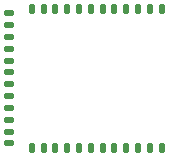
<source format=gbp>
G04 Layer_Color=128*
%FSLAX25Y25*%
%MOIN*%
G70*
G01*
G75*
G04:AMPARAMS|DCode=49|XSize=17.72mil|YSize=33.47mil|CornerRadius=4.43mil|HoleSize=0mil|Usage=FLASHONLY|Rotation=180.000|XOffset=0mil|YOffset=0mil|HoleType=Round|Shape=RoundedRectangle|*
%AMROUNDEDRECTD49*
21,1,0.01772,0.02461,0,0,180.0*
21,1,0.00886,0.03347,0,0,180.0*
1,1,0.00886,-0.00443,0.01230*
1,1,0.00886,0.00443,0.01230*
1,1,0.00886,0.00443,-0.01230*
1,1,0.00886,-0.00443,-0.01230*
%
%ADD49ROUNDEDRECTD49*%
G04:AMPARAMS|DCode=50|XSize=17.72mil|YSize=33.47mil|CornerRadius=4.43mil|HoleSize=0mil|Usage=FLASHONLY|Rotation=90.000|XOffset=0mil|YOffset=0mil|HoleType=Round|Shape=RoundedRectangle|*
%AMROUNDEDRECTD50*
21,1,0.01772,0.02461,0,0,90.0*
21,1,0.00886,0.03347,0,0,90.0*
1,1,0.00886,0.01230,0.00443*
1,1,0.00886,0.01230,-0.00443*
1,1,0.00886,-0.01230,-0.00443*
1,1,0.00886,-0.01230,0.00443*
%
%ADD50ROUNDEDRECTD50*%
D49*
X53487Y49178D02*
D03*
X45613Y2721D02*
D03*
X49550Y49178D02*
D03*
X45613D02*
D03*
X14117Y2721D02*
D03*
X18054D02*
D03*
X14117Y49178D02*
D03*
X18054D02*
D03*
X41676D02*
D03*
X37739D02*
D03*
X33802D02*
D03*
X29865D02*
D03*
X25928D02*
D03*
X21991D02*
D03*
Y2721D02*
D03*
X25928D02*
D03*
X29865D02*
D03*
X33802D02*
D03*
X37739D02*
D03*
X41676D02*
D03*
X49550D02*
D03*
X53487D02*
D03*
X10180D02*
D03*
Y49178D02*
D03*
D50*
X2700Y39729D02*
D03*
Y16107D02*
D03*
Y20044D02*
D03*
Y23981D02*
D03*
Y27918D02*
D03*
Y31855D02*
D03*
Y43666D02*
D03*
Y35792D02*
D03*
Y12170D02*
D03*
Y8233D02*
D03*
Y47603D02*
D03*
Y4296D02*
D03*
M02*

</source>
